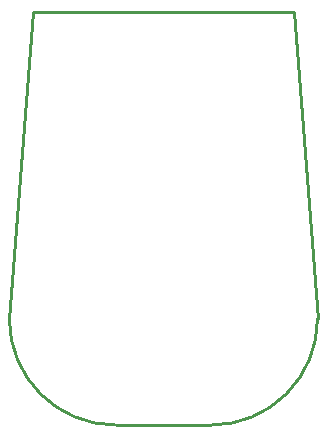
<source format=gko>
G04*
G04 #@! TF.GenerationSoftware,Altium Limited,Altium Designer,18.1.7 (191)*
G04*
G04 Layer_Color=16711935*
%FSLAX24Y24*%
%MOIN*%
G70*
G01*
G75*
%ADD10C,0.0100*%
%ADD50C,0.0098*%
D10*
X71132Y14606D02*
G03*
X74675Y18150I0J3543D01*
G01*
X64400D02*
G03*
X67943Y14606I3543J0D01*
G01*
D50*
X65177Y28386D02*
X73898D01*
X67943Y14606D02*
X71132D01*
X73898Y28386D02*
X74675Y18150D01*
X64400D02*
X65177Y28386D01*
M02*

</source>
